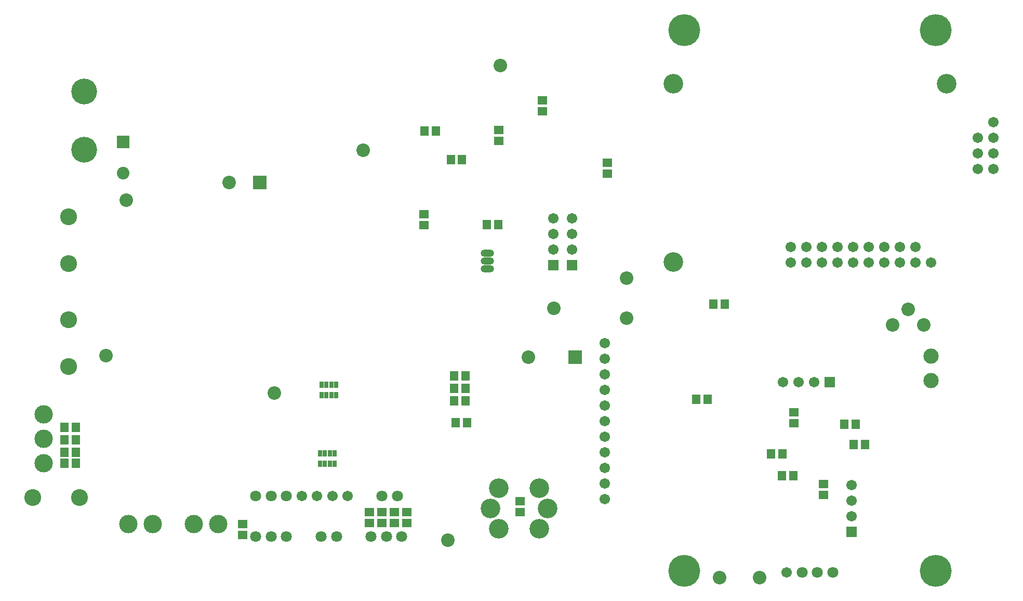
<source format=gbs>
%FSLAX25Y25*%
%MOIN*%
G70*
G01*
G75*
G04 Layer_Color=16711935*
%ADD10R,0.02362X0.05512*%
%ADD11R,0.02362X0.07087*%
G04:AMPARAMS|DCode=12|XSize=74.8mil|YSize=125.98mil|CornerRadius=0mil|HoleSize=0mil|Usage=FLASHONLY|Rotation=180.000|XOffset=0mil|YOffset=0mil|HoleType=Round|Shape=Octagon|*
%AMOCTAGOND12*
4,1,8,0.01870,-0.06299,-0.01870,-0.06299,-0.03740,-0.04429,-0.03740,0.04429,-0.01870,0.06299,0.01870,0.06299,0.03740,0.04429,0.03740,-0.04429,0.01870,-0.06299,0.0*
%
%ADD12OCTAGOND12*%

%ADD13R,0.16339X0.07284*%
%ADD14R,0.08465X0.11221*%
%ADD15R,0.11221X0.08465*%
%ADD16R,0.04724X0.05512*%
%ADD17R,0.05512X0.04724*%
%ADD18R,0.06693X0.06693*%
%ADD19R,0.21654X0.09843*%
%ADD20O,0.05709X0.02362*%
%ADD21R,0.09921X0.13425*%
%ADD22R,0.02362X0.04134*%
%ADD23O,0.00984X0.06102*%
%ADD24O,0.06102X0.00984*%
%ADD25R,0.03150X0.07874*%
%ADD26R,0.07087X0.09449*%
%ADD27R,0.03543X0.03740*%
%ADD28R,0.02362X0.03347*%
%ADD29R,0.40945X0.31496*%
%ADD30R,0.03937X0.11417*%
%ADD31R,0.09449X0.07087*%
G04:AMPARAMS|DCode=32|XSize=25.59mil|YSize=64.96mil|CornerRadius=1.92mil|HoleSize=0mil|Usage=FLASHONLY|Rotation=0.000|XOffset=0mil|YOffset=0mil|HoleType=Round|Shape=RoundedRectangle|*
%AMROUNDEDRECTD32*
21,1,0.02559,0.06112,0,0,0.0*
21,1,0.02175,0.06496,0,0,0.0*
1,1,0.00384,0.01088,-0.03056*
1,1,0.00384,-0.01088,-0.03056*
1,1,0.00384,-0.01088,0.03056*
1,1,0.00384,0.01088,0.03056*
%
%ADD32ROUNDEDRECTD32*%
%ADD33O,0.02756X0.09843*%
G04:AMPARAMS|DCode=34|XSize=11.81mil|YSize=59.06mil|CornerRadius=2.95mil|HoleSize=0mil|Usage=FLASHONLY|Rotation=0.000|XOffset=0mil|YOffset=0mil|HoleType=Round|Shape=RoundedRectangle|*
%AMROUNDEDRECTD34*
21,1,0.01181,0.05315,0,0,0.0*
21,1,0.00591,0.05906,0,0,0.0*
1,1,0.00591,0.00295,-0.02658*
1,1,0.00591,-0.00295,-0.02658*
1,1,0.00591,-0.00295,0.02658*
1,1,0.00591,0.00295,0.02658*
%
%ADD34ROUNDEDRECTD34*%
G04:AMPARAMS|DCode=35|XSize=11.81mil|YSize=59.06mil|CornerRadius=2.95mil|HoleSize=0mil|Usage=FLASHONLY|Rotation=270.000|XOffset=0mil|YOffset=0mil|HoleType=Round|Shape=RoundedRectangle|*
%AMROUNDEDRECTD35*
21,1,0.01181,0.05315,0,0,270.0*
21,1,0.00591,0.05906,0,0,270.0*
1,1,0.00591,-0.02658,-0.00295*
1,1,0.00591,-0.02658,0.00295*
1,1,0.00591,0.02658,0.00295*
1,1,0.00591,0.02658,-0.00295*
%
%ADD35ROUNDEDRECTD35*%
%ADD36R,0.09449X0.12992*%
%ADD37R,0.09449X0.03937*%
%ADD38O,0.08661X0.02362*%
%ADD39R,0.07874X0.02992*%
%ADD40O,0.08858X0.02362*%
%ADD41R,0.02362X0.04528*%
%ADD42R,0.03543X0.07087*%
%ADD43R,0.21654X0.23228*%
%ADD44R,0.04528X0.02362*%
%ADD45R,0.19685X0.31496*%
%ADD46R,0.20276X0.09252*%
%ADD47R,0.09843X0.05512*%
%ADD48R,0.07874X0.03150*%
%ADD49R,0.05118X0.03937*%
%ADD50R,0.13780X0.13780*%
%ADD51O,0.07480X0.02362*%
%ADD52C,0.02000*%
%ADD53C,0.01000*%
%ADD54C,0.02500*%
%ADD55C,0.04000*%
%ADD56C,0.10000*%
%ADD57C,0.12000*%
%ADD58C,0.05000*%
%ADD59R,0.12000X0.04000*%
%ADD60C,0.09000*%
%ADD61C,0.07874*%
%ADD62C,0.06299*%
%ADD63C,0.05906*%
%ADD64R,0.05906X0.05906*%
%ADD65R,0.05906X0.05906*%
%ADD66C,0.11811*%
%ADD67C,0.19685*%
%ADD68R,0.07874X0.07874*%
%ADD69O,0.07874X0.03937*%
%ADD70O,0.07874X0.03937*%
%ADD71C,0.10000*%
%ADD72C,0.11000*%
%ADD73C,0.15748*%
%ADD74C,0.07284*%
%ADD75R,0.07284X0.07284*%
%ADD76C,0.01969*%
%ADD77C,0.01600*%
%ADD78C,0.03000*%
%ADD79C,0.05000*%
%ADD80C,0.02400*%
%ADD81C,0.04000*%
%ADD82C,0.01500*%
%ADD83C,0.03600*%
%ADD84C,0.06000*%
%ADD85C,0.07000*%
%ADD86R,0.02165X0.03543*%
%ADD87R,0.12598X0.20472*%
%ADD88R,0.26000X0.07090*%
%ADD89R,0.26000X0.05438*%
%ADD90R,0.13000X0.05000*%
%ADD91R,0.06500X0.13000*%
%ADD92C,0.00984*%
%ADD93C,0.02362*%
%ADD94C,0.01969*%
%ADD95C,0.00787*%
%ADD96C,0.00600*%
%ADD97C,0.00800*%
%ADD98R,0.03162X0.06312*%
%ADD99R,0.03162X0.07887*%
G04:AMPARAMS|DCode=100|XSize=82.8mil|YSize=133.98mil|CornerRadius=0mil|HoleSize=0mil|Usage=FLASHONLY|Rotation=180.000|XOffset=0mil|YOffset=0mil|HoleType=Round|Shape=Octagon|*
%AMOCTAGOND100*
4,1,8,0.02070,-0.06699,-0.02070,-0.06699,-0.04140,-0.04629,-0.04140,0.04629,-0.02070,0.06699,0.02070,0.06699,0.04140,0.04629,0.04140,-0.04629,0.02070,-0.06699,0.0*
%
%ADD100OCTAGOND100*%

%ADD101R,0.17139X0.08083*%
%ADD102R,0.09265X0.12020*%
%ADD103R,0.12020X0.09265*%
%ADD104R,0.05524X0.06312*%
%ADD105R,0.06312X0.05524*%
%ADD106R,0.07493X0.07493*%
%ADD107R,0.22453X0.10642*%
%ADD108O,0.06509X0.03162*%
%ADD109R,0.10721X0.14225*%
%ADD110R,0.03162X0.04934*%
%ADD111O,0.01784X0.06902*%
%ADD112O,0.06902X0.01784*%
%ADD113R,0.03950X0.08674*%
%ADD114R,0.07887X0.10249*%
%ADD115R,0.04343X0.04540*%
%ADD116R,0.03162X0.04147*%
%ADD117R,0.41745X0.32296*%
%ADD118R,0.04737X0.12217*%
%ADD119R,0.10249X0.07887*%
G04:AMPARAMS|DCode=120|XSize=33.59mil|YSize=72.96mil|CornerRadius=5.92mil|HoleSize=0mil|Usage=FLASHONLY|Rotation=0.000|XOffset=0mil|YOffset=0mil|HoleType=Round|Shape=RoundedRectangle|*
%AMROUNDEDRECTD120*
21,1,0.03359,0.06112,0,0,0.0*
21,1,0.02175,0.07296,0,0,0.0*
1,1,0.01184,0.01088,-0.03056*
1,1,0.01184,-0.01088,-0.03056*
1,1,0.01184,-0.01088,0.03056*
1,1,0.01184,0.01088,0.03056*
%
%ADD120ROUNDEDRECTD120*%
%ADD121O,0.03556X0.10642*%
G04:AMPARAMS|DCode=122|XSize=19.81mil|YSize=67.06mil|CornerRadius=6.95mil|HoleSize=0mil|Usage=FLASHONLY|Rotation=0.000|XOffset=0mil|YOffset=0mil|HoleType=Round|Shape=RoundedRectangle|*
%AMROUNDEDRECTD122*
21,1,0.01981,0.05315,0,0,0.0*
21,1,0.00591,0.06706,0,0,0.0*
1,1,0.01391,0.00295,-0.02658*
1,1,0.01391,-0.00295,-0.02658*
1,1,0.01391,-0.00295,0.02658*
1,1,0.01391,0.00295,0.02658*
%
%ADD122ROUNDEDRECTD122*%
G04:AMPARAMS|DCode=123|XSize=19.81mil|YSize=67.06mil|CornerRadius=6.95mil|HoleSize=0mil|Usage=FLASHONLY|Rotation=270.000|XOffset=0mil|YOffset=0mil|HoleType=Round|Shape=RoundedRectangle|*
%AMROUNDEDRECTD123*
21,1,0.01981,0.05315,0,0,270.0*
21,1,0.00591,0.06706,0,0,270.0*
1,1,0.01391,-0.02658,-0.00295*
1,1,0.01391,-0.02658,0.00295*
1,1,0.01391,0.02658,0.00295*
1,1,0.01391,0.02658,-0.00295*
%
%ADD123ROUNDEDRECTD123*%
%ADD124R,0.10249X0.13792*%
%ADD125R,0.10249X0.04737*%
%ADD126O,0.09461X0.03162*%
%ADD127R,0.08674X0.03792*%
%ADD128O,0.09658X0.03162*%
%ADD129R,0.03162X0.05328*%
%ADD130R,0.04343X0.07887*%
%ADD131R,0.22453X0.24028*%
%ADD132R,0.05328X0.03162*%
%ADD133R,0.20485X0.32296*%
%ADD134R,0.21076X0.10052*%
%ADD135R,0.10642X0.06312*%
%ADD136R,0.08674X0.03950*%
%ADD137R,0.05918X0.04737*%
%ADD138R,0.14579X0.14579*%
%ADD139O,0.08280X0.03162*%
%ADD140C,0.09800*%
%ADD141C,0.08674*%
%ADD142C,0.07099*%
%ADD143C,0.06706*%
%ADD144R,0.06706X0.06706*%
%ADD145R,0.06706X0.06706*%
%ADD146C,0.12611*%
%ADD147C,0.20485*%
%ADD148R,0.08674X0.08674*%
%ADD149O,0.08674X0.04737*%
%ADD150O,0.08674X0.04737*%
%ADD151C,0.10800*%
%ADD152C,0.11800*%
%ADD153C,0.16548*%
%ADD154C,0.08083*%
%ADD155R,0.08083X0.08083*%
%ADD156R,0.02965X0.04343*%
D104*
X447740Y-225000D02*
D03*
X454827D02*
D03*
X465827Y-164000D02*
D03*
X458740D02*
D03*
X502740Y-274000D02*
D03*
X509827D02*
D03*
X549827Y-241000D02*
D03*
X542740D02*
D03*
X555827Y-254000D02*
D03*
X548740D02*
D03*
X495740Y-260000D02*
D03*
X502827D02*
D03*
X290257Y-71400D02*
D03*
X297343D02*
D03*
X299543Y-210000D02*
D03*
X292457D02*
D03*
X42457Y-259000D02*
D03*
X49543D02*
D03*
X42457Y-251000D02*
D03*
X49543D02*
D03*
X299543Y-218000D02*
D03*
X292457D02*
D03*
X299543Y-226000D02*
D03*
X292457D02*
D03*
X300543Y-240000D02*
D03*
X293457D02*
D03*
X273457Y-53000D02*
D03*
X280543D02*
D03*
X320543Y-113000D02*
D03*
X313457D02*
D03*
X42457Y-266000D02*
D03*
X49543D02*
D03*
X42457Y-243000D02*
D03*
X49543D02*
D03*
D105*
X529284Y-286543D02*
D03*
Y-279457D02*
D03*
X510284Y-233457D02*
D03*
Y-240543D02*
D03*
X156500Y-304957D02*
D03*
Y-312043D02*
D03*
X246000Y-297457D02*
D03*
Y-304543D02*
D03*
X262000Y-297457D02*
D03*
Y-304543D02*
D03*
X390600Y-80543D02*
D03*
Y-73457D02*
D03*
X349000Y-33457D02*
D03*
Y-40543D02*
D03*
X334600Y-297343D02*
D03*
Y-290257D02*
D03*
X321000Y-52457D02*
D03*
Y-59543D02*
D03*
X273000Y-113543D02*
D03*
Y-106457D02*
D03*
X238000Y-297457D02*
D03*
Y-304543D02*
D03*
X254000Y-297457D02*
D03*
Y-304543D02*
D03*
D140*
X598146Y-197362D02*
D03*
Y-212953D02*
D03*
D141*
X593724Y-177520D02*
D03*
X583724Y-167520D02*
D03*
X573724Y-177520D02*
D03*
X462629Y-339280D02*
D03*
X488220D02*
D03*
X147815Y-86000D02*
D03*
X322000Y-11000D02*
D03*
X177000Y-221000D02*
D03*
X356200Y-166600D02*
D03*
X288200Y-315400D02*
D03*
X69000Y-197000D02*
D03*
X234000Y-65500D02*
D03*
X82000Y-97500D02*
D03*
X403000Y-173000D02*
D03*
Y-147409D02*
D03*
X340039Y-198000D02*
D03*
D142*
X515598Y-336000D02*
D03*
X525441D02*
D03*
X535284D02*
D03*
X207000Y-313000D02*
D03*
X216843D02*
D03*
X239000D02*
D03*
X248843D02*
D03*
X258685D02*
D03*
X165000Y-287000D02*
D03*
X174843D02*
D03*
X184685D02*
D03*
X246000D02*
D03*
X255842D02*
D03*
X165000Y-313000D02*
D03*
X174843D02*
D03*
X184685D02*
D03*
D143*
X505756Y-336000D02*
D03*
X547284Y-300000D02*
D03*
Y-290000D02*
D03*
Y-280000D02*
D03*
X523283Y-214000D02*
D03*
X513283D02*
D03*
X503284D02*
D03*
X628243Y-57451D02*
D03*
Y-67451D02*
D03*
Y-77451D02*
D03*
X638243D02*
D03*
Y-67451D02*
D03*
Y-57451D02*
D03*
Y-47451D02*
D03*
X598243Y-137451D02*
D03*
X558243D02*
D03*
Y-127451D02*
D03*
X548243Y-137451D02*
D03*
Y-127451D02*
D03*
X538243Y-137451D02*
D03*
Y-127451D02*
D03*
X528243Y-137451D02*
D03*
Y-127451D02*
D03*
X518243Y-137451D02*
D03*
Y-127451D02*
D03*
X508243Y-137451D02*
D03*
Y-127451D02*
D03*
X588243D02*
D03*
X578243D02*
D03*
X568243D02*
D03*
Y-137451D02*
D03*
X588243D02*
D03*
X578243D02*
D03*
X224055Y-287000D02*
D03*
X214213D02*
D03*
X204370D02*
D03*
X194528D02*
D03*
X389000Y-189000D02*
D03*
Y-199000D02*
D03*
Y-209000D02*
D03*
Y-219000D02*
D03*
Y-249000D02*
D03*
Y-229000D02*
D03*
Y-239000D02*
D03*
Y-259000D02*
D03*
Y-269000D02*
D03*
Y-279000D02*
D03*
Y-289000D02*
D03*
X356000Y-129000D02*
D03*
Y-119000D02*
D03*
Y-109000D02*
D03*
X368000Y-129000D02*
D03*
Y-119000D02*
D03*
Y-109000D02*
D03*
D144*
X547284Y-310000D02*
D03*
X356000Y-139000D02*
D03*
X368000D02*
D03*
D145*
X533284Y-214000D02*
D03*
D146*
X608282Y-22884D02*
D03*
X433085D02*
D03*
Y-137057D02*
D03*
X321055Y-307945D02*
D03*
X346945Y-282055D02*
D03*
X321055D02*
D03*
X315693Y-295000D02*
D03*
X346945Y-307945D02*
D03*
X352307Y-295000D02*
D03*
D147*
X439866Y-335000D02*
D03*
X601284D02*
D03*
Y11457D02*
D03*
X439866D02*
D03*
D148*
X167500Y-86000D02*
D03*
X369961Y-198000D02*
D03*
D149*
X313500Y-131500D02*
D03*
Y-141500D02*
D03*
D150*
Y-136500D02*
D03*
D151*
X45000Y-174000D02*
D03*
Y-204000D02*
D03*
Y-108000D02*
D03*
Y-138000D02*
D03*
X52000Y-288000D02*
D03*
X22000D02*
D03*
D152*
X83410Y-305000D02*
D03*
X99000D02*
D03*
X125409D02*
D03*
X141000D02*
D03*
X29000Y-234819D02*
D03*
Y-250410D02*
D03*
Y-266000D02*
D03*
D153*
X55000Y-27598D02*
D03*
Y-65000D02*
D03*
D154*
X80000Y-80000D02*
D03*
D155*
Y-60000D02*
D03*
D156*
X215724Y-266347D02*
D03*
X212575D02*
D03*
X209425D02*
D03*
X206276D02*
D03*
X215724Y-259653D02*
D03*
X212575D02*
D03*
X209425D02*
D03*
X206276D02*
D03*
X216724Y-222346D02*
D03*
X213575D02*
D03*
X210425D02*
D03*
X207276D02*
D03*
X216724Y-215653D02*
D03*
X213575D02*
D03*
X210425D02*
D03*
X207276D02*
D03*
M02*

</source>
